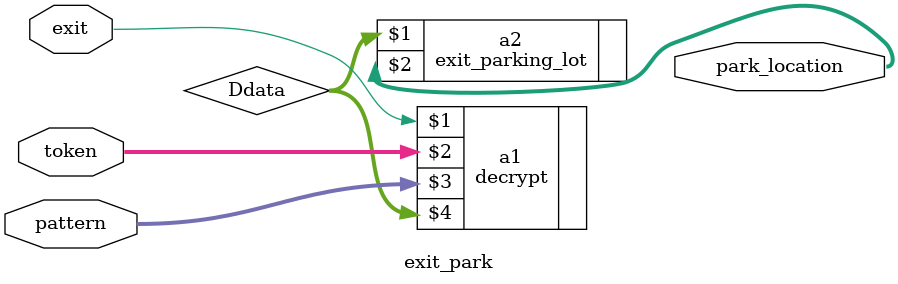
<source format=v>
/*--  *******************************************************
--  Computer Architecture Course, Laboratory Sources 
--  Amirkabir University of Technology (Tehran Polytechnic)
--  Department of Computer Engineering (CE-AUT)
--  https://ce[dot]aut[dot]ac[dot]ir
--  *******************************************************
--  All Rights reserved (C) 2021-2022
--  *******************************************************
--  Student ID  : 9931067-9931100
--  Student Name: erfaneh khanmohammadi -yasaman godarzi
--  Student Mail: erfanehhh@gmail.com- yass.godarzi@gmail.com
--  *******************************************************
--  Additional Comments:
--
--*/

/*-----------------------------------------------------------
---  Module Name: exit_park 
-----------------------------------------------------------*/
`timescale 1 ns/1 ns
module exit_park(
 exit,
 token,
 pattern,
 park_location);
input exit;
input [2:0] token;
input [2:0] pattern;
output [7:0] park_location;
wire [2:0] Ddata;

     decrypt a1(exit, token, pattern, Ddata);
	  exit_parking_lot a2(Ddata, park_location);		 

endmodule

</source>
